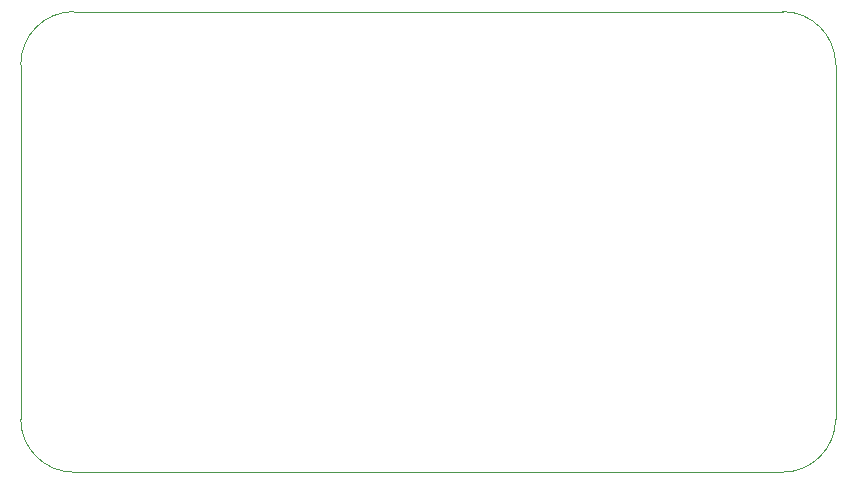
<source format=gbr>
%TF.GenerationSoftware,KiCad,Pcbnew,8.0.5*%
%TF.CreationDate,2024-10-22T02:27:49+03:00*%
%TF.ProjectId,DC36_DC5,44433336-5f44-4433-952e-6b696361645f,rev?*%
%TF.SameCoordinates,Original*%
%TF.FileFunction,Profile,NP*%
%FSLAX46Y46*%
G04 Gerber Fmt 4.6, Leading zero omitted, Abs format (unit mm)*
G04 Created by KiCad (PCBNEW 8.0.5) date 2024-10-22 02:27:49*
%MOMM*%
%LPD*%
G01*
G04 APERTURE LIST*
%TA.AperFunction,Profile*%
%ADD10C,0.050000*%
%TD*%
G04 APERTURE END LIST*
D10*
X157773000Y-110954000D02*
G75*
G02*
X153273000Y-115454000I-4500000J0D01*
G01*
X93273000Y-76454000D02*
X153273000Y-76454000D01*
X157773000Y-110954000D02*
X157773000Y-80954000D01*
X88773000Y-80954000D02*
G75*
G02*
X93273000Y-76454000I4500000J0D01*
G01*
X93273000Y-115454000D02*
G75*
G02*
X88773000Y-110954000I0J4500000D01*
G01*
X153273000Y-76454000D02*
G75*
G02*
X157773000Y-80954000I0J-4500000D01*
G01*
X93273000Y-115454000D02*
X153273000Y-115454000D01*
X88773000Y-110954000D02*
X88773000Y-80954000D01*
M02*

</source>
